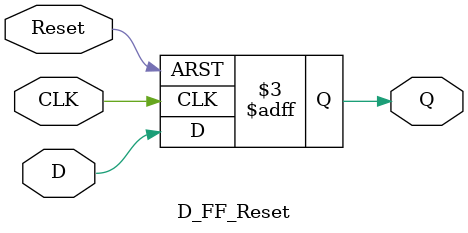
<source format=v>
`timescale 1ns / 1ps
module D_FF_Reset(
    input D,
    input CLK,
    input Reset,
    output reg Q
    );
	always @(posedge CLK, posedge Reset)
	begin
	if(Reset == 1)
		Q <= 1'b0;
	else
		Q <= D;
	end

endmodule

</source>
